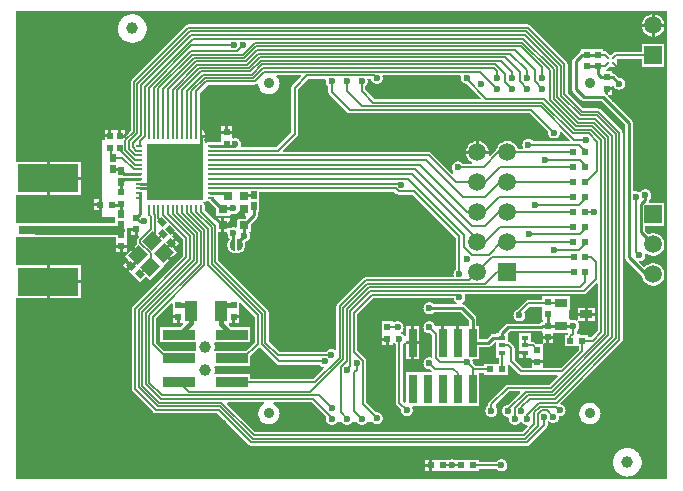
<source format=gtl>
%FSLAX24Y24*%
%MOIN*%
G70*
G01*
G75*
G04 Layer_Physical_Order=1*
G04 Layer_Color=255*
%ADD10C,0.0060*%
%ADD11O,0.0256X0.0079*%
%ADD12O,0.0079X0.0256*%
%ADD13R,0.1850X0.1850*%
%ADD14R,0.0295X0.0315*%
%ADD15R,0.0197X0.0256*%
%ADD16C,0.0394*%
%ADD17R,0.1181X0.0300*%
%ADD18R,0.2000X0.0950*%
%ADD19R,0.0299X0.0945*%
%ADD20R,0.0400X0.0300*%
%ADD21C,0.0098*%
G04:AMPARAMS|DCode=22|XSize=47.2mil|YSize=43.3mil|CornerRadius=0mil|HoleSize=0mil|Usage=FLASHONLY|Rotation=45.000|XOffset=0mil|YOffset=0mil|HoleType=Round|Shape=Rectangle|*
%AMROTATEDRECTD22*
4,1,4,-0.0014,-0.0320,-0.0320,-0.0014,0.0014,0.0320,0.0320,0.0014,-0.0014,-0.0320,0.0*
%
%ADD22ROTATEDRECTD22*%

%ADD23R,0.1083X0.0350*%
%ADD24R,0.0197X0.0236*%
%ADD25R,0.0315X0.0295*%
%ADD26R,0.0236X0.0157*%
%ADD27R,0.0236X0.0217*%
%ADD28C,0.0079*%
G04:AMPARAMS|DCode=29|XSize=19.7mil|YSize=23.6mil|CornerRadius=0mil|HoleSize=0mil|Usage=FLASHONLY|Rotation=45.000|XOffset=0mil|YOffset=0mil|HoleType=Round|Shape=Rectangle|*
%AMROTATEDRECTD29*
4,1,4,0.0014,-0.0153,-0.0153,0.0014,-0.0014,0.0153,0.0153,-0.0014,0.0014,-0.0153,0.0*
%
%ADD29ROTATEDRECTD29*%

%ADD30R,0.0217X0.0236*%
%ADD31R,0.0394X0.0709*%
%ADD32R,0.0236X0.0197*%
%ADD33C,0.0090*%
%ADD34C,0.0080*%
%ADD35C,0.0300*%
%ADD36C,0.0150*%
%ADD37C,0.0100*%
%ADD38C,0.0591*%
%ADD39R,0.0591X0.0591*%
%ADD40C,0.0354*%
%ADD41C,0.0236*%
G36*
X8073Y5551D02*
Y4686D01*
X7802Y4415D01*
X6763D01*
X6736Y4456D01*
X6747Y4504D01*
X6751Y4554D01*
X6747Y4603D01*
X6736Y4652D01*
X6763Y4692D01*
X7931D01*
Y5203D01*
X7275D01*
X7205Y5273D01*
X7223Y5316D01*
X7223D01*
D01*
D01*
X7223Y5355D01*
X7334D01*
Y5553D01*
X7384D01*
Y5603D01*
X7562D01*
Y5749D01*
Y5997D01*
X7608Y6016D01*
X8073Y5551D01*
D02*
G37*
G36*
X16128Y4705D02*
Y4697D01*
Y4441D01*
Y4185D01*
X16215D01*
Y3988D01*
X15735D01*
Y3911D01*
X15424D01*
X15418Y3918D01*
X15345Y3992D01*
X15349Y4030D01*
X15345Y4069D01*
X15334Y4106D01*
X15345Y4125D01*
X15570D01*
Y4552D01*
X15858D01*
X15882Y4555D01*
X15906Y4562D01*
X15906Y4562D01*
X15906Y4562D01*
X15927Y4573D01*
X15947Y4589D01*
X16082Y4724D01*
X16128Y4705D01*
D02*
G37*
G36*
X10447Y13448D02*
X10445Y13439D01*
X10441Y13400D01*
X10445Y13361D01*
X10456Y13324D01*
X10474Y13289D01*
X10499Y13259D01*
X10529Y13235D01*
Y13049D01*
X10533Y13020D01*
X10541Y13001D01*
X10544Y12993D01*
X10562Y12970D01*
X11162Y12370D01*
X11185Y12353D01*
X11192Y12350D01*
X11211Y12342D01*
X11240Y12338D01*
X17255D01*
X17865Y11728D01*
X17861Y11690D01*
X17865Y11651D01*
X17876Y11614D01*
X17894Y11579D01*
X17919Y11549D01*
X17949Y11524D01*
X17984Y11506D01*
X18021Y11495D01*
X18060Y11491D01*
X18099Y11495D01*
X18136Y11506D01*
X18171Y11524D01*
X18201Y11549D01*
X18226Y11579D01*
X18244Y11614D01*
X18255Y11651D01*
X18259Y11690D01*
X18258Y11701D01*
X18303Y11723D01*
X18579Y11447D01*
X18559Y11401D01*
X17365D01*
X17341Y11431D01*
X17311Y11456D01*
X17276Y11474D01*
X17239Y11485D01*
X17200Y11489D01*
X17161Y11485D01*
X17124Y11474D01*
X17089Y11456D01*
X17059Y11431D01*
X17034Y11401D01*
X17016Y11366D01*
X17005Y11329D01*
X17001Y11290D01*
X17005Y11251D01*
X17016Y11214D01*
X17032Y11184D01*
X17025Y11171D01*
X16988Y11141D01*
X16859D01*
X16847Y11174D01*
X16826Y11218D01*
X16798Y11259D01*
X16766Y11296D01*
X16729Y11328D01*
X16688Y11356D01*
X16644Y11377D01*
X16597Y11393D01*
X16549Y11403D01*
X16500Y11406D01*
X16451Y11403D01*
X16403Y11393D01*
X16356Y11377D01*
X16312Y11356D01*
X16271Y11328D01*
X16234Y11296D01*
X16202Y11259D01*
X16174Y11218D01*
X16153Y11174D01*
X16137Y11127D01*
X16135Y11119D01*
X16122Y11108D01*
X16122Y11108D01*
X16122Y11108D01*
X15909Y10919D01*
X15865Y10944D01*
X15873Y10980D01*
X15127D01*
X15137Y10933D01*
X15153Y10886D01*
X15174Y10842D01*
X15202Y10801D01*
X15234Y10764D01*
X15271Y10732D01*
X15312Y10704D01*
X15321Y10700D01*
X15310Y10651D01*
X15015D01*
X14991Y10681D01*
X14961Y10706D01*
X14926Y10724D01*
X14889Y10735D01*
X14850Y10739D01*
X14811Y10735D01*
X14774Y10724D01*
X14739Y10706D01*
X14709Y10681D01*
X14684Y10651D01*
X14666Y10616D01*
X14655Y10579D01*
X14651Y10540D01*
X14655Y10501D01*
X14666Y10464D01*
X14684Y10429D01*
X14698Y10413D01*
Y10334D01*
X14652Y10315D01*
X13957Y11010D01*
X13934Y11027D01*
X13908Y11038D01*
X13879Y11042D01*
X9024D01*
X9005Y11088D01*
X9488Y11572D01*
X9488Y11572D01*
X9498Y11585D01*
X9506Y11595D01*
X9511Y11606D01*
X9517Y11621D01*
X9521Y11650D01*
Y13134D01*
X9875Y13488D01*
X10418D01*
X10447Y13448D01*
D02*
G37*
G36*
X5345Y5984D02*
Y5749D01*
Y5603D01*
X5524D01*
Y5553D01*
X5574D01*
Y5355D01*
X5680D01*
X5685Y5343D01*
Y5316D01*
X5685Y5316D01*
X5685D01*
X5691Y5301D01*
X5593Y5203D01*
X4937D01*
Y4692D01*
X6105D01*
X6132Y4652D01*
X6121Y4603D01*
X6117Y4554D01*
X6121Y4504D01*
X6132Y4456D01*
X6105Y4415D01*
X5066D01*
X4801Y4680D01*
Y5505D01*
X5299Y6003D01*
X5345Y5984D01*
D02*
G37*
G36*
X12799Y9653D02*
D01*
X12799D01*
X12799Y9653D01*
X12799Y9653D01*
X12799D01*
D01*
X12799D01*
X12799Y9653D01*
Y9653D01*
X12799Y9653D01*
Y9653D01*
X12822Y9636D01*
X12849Y9625D01*
X12849Y9625D01*
X12849Y9625D01*
D01*
X12849Y9625D01*
X12849Y9625D01*
X12878Y9621D01*
X12878Y9621D01*
X13352D01*
X14789Y8184D01*
Y7135D01*
X14759Y7111D01*
X14734Y7081D01*
X14716Y7046D01*
X14705Y7009D01*
X14701Y6970D01*
X14705Y6931D01*
X14711Y6911D01*
X14681Y6871D01*
X11779D01*
X11750Y6867D01*
X11723Y6856D01*
X11700Y6838D01*
X10832Y5970D01*
X10814Y5947D01*
X10811Y5939D01*
X10803Y5920D01*
X10799Y5891D01*
Y4456D01*
X10754Y4434D01*
X10744Y4442D01*
X10710Y4460D01*
X10673Y4472D01*
X10634Y4475D01*
X10595Y4472D01*
X10558Y4460D01*
X10523Y4442D01*
X10493Y4417D01*
X10469Y4387D01*
X8890D01*
X8541Y4736D01*
Y5701D01*
X8537Y5730D01*
X8529Y5749D01*
X8526Y5757D01*
X8508Y5780D01*
X6871Y7417D01*
Y8377D01*
X6960D01*
Y8604D01*
Y8832D01*
X6773D01*
Y8789D01*
X6726Y8770D01*
X6405Y9091D01*
X6406Y9100D01*
Y9278D01*
X6404Y9301D01*
X6397Y9324D01*
X6386Y9344D01*
X6371Y9362D01*
X6375Y9375D01*
X6425D01*
Y9377D01*
X6433Y9387D01*
X6468Y9408D01*
X6476Y9403D01*
X6499Y9396D01*
X6522Y9394D01*
X6553D01*
X6773Y9175D01*
Y8908D01*
X7247D01*
Y8952D01*
X7290Y8978D01*
X7294Y8976D01*
X7331Y8965D01*
X7370Y8961D01*
X7409Y8965D01*
X7442Y8975D01*
X7450Y8969D01*
X7483Y8908D01*
Y8900D01*
X7670D01*
Y9128D01*
X7770D01*
Y8900D01*
X7787D01*
X7802Y8866D01*
X7774Y8824D01*
X7483D01*
Y8582D01*
X7450Y8521D01*
X7442Y8515D01*
X7409Y8525D01*
X7370Y8529D01*
X7331Y8525D01*
X7294Y8514D01*
X7290Y8512D01*
X7247Y8538D01*
Y8554D01*
X7060D01*
Y8377D01*
X7138D01*
X7172Y8340D01*
X7171Y8330D01*
X7175Y8291D01*
X7186Y8254D01*
X7204Y8219D01*
X7229Y8189D01*
X7244Y8152D01*
X7215Y8118D01*
X7192Y8080D01*
X7174Y8038D01*
X7164Y7995D01*
X7160Y7950D01*
X7164Y7905D01*
X7174Y7862D01*
X7192Y7820D01*
X7215Y7782D01*
X7244Y7748D01*
X7278Y7719D01*
X7317Y7695D01*
X7358Y7678D01*
X7375Y7674D01*
X7375Y7673D01*
Y7673D01*
X7403Y7670D01*
X7431Y7673D01*
X7458Y7684D01*
X7463Y7688D01*
X7468Y7684D01*
X7495Y7673D01*
X7523Y7670D01*
X7551Y7673D01*
Y7673D01*
X7551Y7674D01*
X7568Y7678D01*
X7609Y7695D01*
X7648Y7719D01*
X7682Y7748D01*
X7711Y7782D01*
X7734Y7820D01*
X7752Y7862D01*
X7762Y7905D01*
X7766Y7950D01*
X7762Y7995D01*
X7752Y8038D01*
X7761Y8054D01*
X7769Y8055D01*
X7806Y8066D01*
X7841Y8084D01*
X7871Y8109D01*
X7896Y8139D01*
X7914Y8174D01*
X7925Y8211D01*
X7929Y8250D01*
X7925Y8289D01*
X7914Y8326D01*
X7896Y8361D01*
X7899Y8369D01*
X7957D01*
Y8650D01*
X8149Y8841D01*
X8164Y8860D01*
X8176Y8882D01*
X8183Y8905D01*
X8186Y8930D01*
Y9025D01*
X8238D01*
Y9399D01*
Y9718D01*
X12735D01*
X12799Y9653D01*
D02*
G37*
G36*
X19519Y6657D02*
Y5086D01*
X19294Y4861D01*
X19195D01*
Y4938D01*
X19008D01*
X18820Y4963D01*
X18809Y4976D01*
X18811Y4990D01*
X18811Y4990D01*
Y5087D01*
X18841Y5111D01*
X18866Y5141D01*
X18884Y5176D01*
X18895Y5213D01*
X18899Y5252D01*
X18895Y5291D01*
X18884Y5328D01*
X18866Y5363D01*
X18841Y5393D01*
X18841Y5393D01*
X18845Y5395D01*
X18845D01*
X18847Y5396D01*
X18847Y5396D01*
X18851Y5396D01*
D01*
X18863Y5396D01*
X18863Y5396D01*
Y5396D01*
X19077D01*
Y5576D01*
X18847D01*
Y5462D01*
X18830Y5441D01*
D01*
X18823Y5432D01*
X18819Y5430D01*
D01*
X18809Y5424D01*
X18809Y5424D01*
X18804Y5421D01*
X18776Y5436D01*
X18739Y5447D01*
X18700Y5451D01*
X18661Y5447D01*
X18624Y5436D01*
X18623Y5435D01*
X18580Y5461D01*
Y5482D01*
X18560D01*
Y5770D01*
X18580D01*
Y6230D01*
X18038D01*
Y6235D01*
X17662D01*
Y6108D01*
X17197D01*
X17168Y6104D01*
X17141Y6093D01*
X17118Y6075D01*
X16828Y5785D01*
X16824Y5784D01*
X16789Y5766D01*
X16759Y5741D01*
X16734Y5711D01*
X16716Y5676D01*
X16705Y5639D01*
X16701Y5600D01*
X16705Y5561D01*
X16716Y5524D01*
X16734Y5489D01*
X16759Y5459D01*
X16789Y5434D01*
X16824Y5416D01*
X16861Y5405D01*
X16900Y5401D01*
X16939Y5405D01*
X16976Y5416D01*
X17011Y5434D01*
X17041Y5459D01*
X17066Y5489D01*
X17084Y5524D01*
X17095Y5561D01*
X17099Y5600D01*
X17095Y5639D01*
X17084Y5676D01*
X17066Y5709D01*
X17243Y5886D01*
X17662D01*
Y5839D01*
Y5445D01*
X17672D01*
Y5382D01*
X17652Y5380D01*
X17629Y5373D01*
X17607Y5361D01*
X17588Y5346D01*
X17565Y5322D01*
X16527D01*
X16502Y5320D01*
X16479Y5313D01*
X16457Y5301D01*
X16438Y5286D01*
X16237Y5085D01*
X16222Y5066D01*
X16210Y5044D01*
X16203Y5020D01*
X16202Y5015D01*
X16128D01*
Y4982D01*
X16036D01*
X16011Y4979D01*
X15988Y4972D01*
X15966Y4960D01*
X15947Y4945D01*
X15806Y4803D01*
X15570D01*
Y5230D01*
X15466D01*
Y5490D01*
X15463Y5515D01*
X15456Y5538D01*
X15444Y5560D01*
X15429Y5579D01*
X15079Y5929D01*
X15060Y5944D01*
X15038Y5956D01*
X15015Y5963D01*
X14990Y5966D01*
X14980D01*
X14973Y6015D01*
X14976Y6016D01*
X15011Y6034D01*
X15041Y6059D01*
X15066Y6089D01*
X15084Y6124D01*
X15095Y6161D01*
X15099Y6200D01*
X15095Y6239D01*
X15084Y6276D01*
X15098Y6299D01*
X19050D01*
X19079Y6303D01*
X19098Y6311D01*
X19105Y6314D01*
X19128Y6332D01*
X19473Y6676D01*
X19519Y6657D01*
D02*
G37*
G36*
X14705Y6161D02*
X14716Y6124D01*
X14734Y6089D01*
X14759Y6059D01*
X14789Y6034D01*
X14824Y6016D01*
X14827Y6015D01*
X14820Y5966D01*
X14053D01*
X14041Y5981D01*
X14011Y6006D01*
X13976Y6024D01*
X13939Y6035D01*
X13900Y6039D01*
X13861Y6035D01*
X13824Y6024D01*
X13789Y6006D01*
X13759Y5981D01*
X13734Y5951D01*
X13716Y5916D01*
X13705Y5879D01*
X13701Y5840D01*
X13705Y5801D01*
X13716Y5764D01*
X13734Y5729D01*
X13759Y5699D01*
X13789Y5674D01*
X13824Y5656D01*
X13861Y5645D01*
X13900Y5641D01*
X13939Y5645D01*
X13976Y5656D01*
X14011Y5674D01*
X14041Y5699D01*
X14053Y5714D01*
X14938D01*
X15214Y5438D01*
Y5230D01*
X15110D01*
D01*
D01*
X15110Y5230D01*
X15070D01*
Y5230D01*
X14890D01*
Y4678D01*
X14790D01*
Y5230D01*
X14610D01*
D01*
D01*
X14610Y5230D01*
X14570D01*
Y5230D01*
X14390D01*
Y4678D01*
X14290D01*
Y5230D01*
X14110D01*
Y5230D01*
X14096D01*
X14095Y5236D01*
X14084Y5273D01*
X14066Y5307D01*
X14041Y5338D01*
X14011Y5362D01*
X13976Y5381D01*
X13939Y5392D01*
X13900Y5396D01*
X13861Y5392D01*
X13824Y5381D01*
X13789Y5362D01*
X13759Y5338D01*
X13734Y5307D01*
X13716Y5273D01*
X13705Y5236D01*
X13701Y5197D01*
X13705Y5158D01*
X13716Y5121D01*
X13734Y5086D01*
X13759Y5056D01*
X13789Y5031D01*
X13824Y5013D01*
X13861Y5002D01*
X13900Y4998D01*
X13938Y5002D01*
X13999Y4940D01*
Y4219D01*
X13959Y4189D01*
X13939Y4195D01*
X13900Y4199D01*
X13861Y4195D01*
X13824Y4184D01*
X13789Y4166D01*
X13759Y4141D01*
X13734Y4111D01*
X13716Y4076D01*
X13705Y4039D01*
X13701Y4000D01*
X13705Y3961D01*
X13716Y3924D01*
X13734Y3889D01*
X13759Y3859D01*
X13789Y3834D01*
X13824Y3816D01*
X13861Y3805D01*
X13900Y3801D01*
X13938Y3805D01*
X14002Y3741D01*
X13983Y3695D01*
X13610D01*
D01*
D01*
X13610Y3695D01*
X13570D01*
Y3695D01*
X13110D01*
Y2702D01*
X13064Y2683D01*
X13011Y2736D01*
Y4638D01*
X13041Y4662D01*
X13063Y4690D01*
X13085Y4682D01*
X13110Y4669D01*
Y4728D01*
X13290D01*
Y5230D01*
X13110D01*
Y4938D01*
X13085Y4924D01*
X13063Y4916D01*
X13041Y4944D01*
X13011Y4969D01*
X12976Y4987D01*
X12939Y4998D01*
X12939D01*
X12918Y5000D01*
X12918Y5000D01*
X12900Y5002D01*
X12899Y5008D01*
X12916Y5013D01*
X12951Y5031D01*
X12981Y5056D01*
X13006Y5086D01*
X13024Y5121D01*
X13035Y5158D01*
X13039Y5197D01*
X13035Y5236D01*
X13024Y5273D01*
X13006Y5307D01*
X12981Y5338D01*
X12951Y5362D01*
X12916Y5381D01*
X12879Y5392D01*
X12840Y5396D01*
X12801Y5392D01*
X12764Y5381D01*
X12731Y5363D01*
X12688Y5389D01*
Y5395D01*
X12312D01*
Y4999D01*
Y4853D01*
X12500D01*
Y4803D01*
X12550D01*
Y4605D01*
X12688D01*
Y4668D01*
X12727Y4688D01*
X12735Y4692D01*
X12759Y4662D01*
X12789Y4638D01*
Y2690D01*
X12793Y2661D01*
X12801Y2642D01*
X12804Y2635D01*
X12822Y2612D01*
X12955Y2478D01*
X12951Y2440D01*
X12955Y2401D01*
X12966Y2364D01*
X12984Y2329D01*
X13009Y2299D01*
X13039Y2274D01*
X13074Y2256D01*
X13111Y2245D01*
X13150Y2241D01*
X13189Y2245D01*
X13226Y2256D01*
X13261Y2274D01*
X13291Y2299D01*
X13316Y2329D01*
X13334Y2364D01*
X13345Y2401D01*
X13349Y2440D01*
X13345Y2479D01*
X13334Y2516D01*
X13323Y2537D01*
X13348Y2580D01*
X15534Y2580D01*
D01*
D01*
D01*
X15534Y2580D01*
Y2580D01*
X15540Y2580D01*
X15570Y2590D01*
X15570Y2615D01*
X15570Y2615D01*
X15570D01*
D01*
D01*
D01*
Y3689D01*
X15735D01*
Y3612D01*
X16525D01*
Y3953D01*
X16571Y3972D01*
X16892Y3652D01*
X16892D01*
X16892Y3652D01*
X16892D01*
X16892Y3652D01*
Y3652D01*
X16892Y3652D01*
Y3652D01*
X16915Y3634D01*
X16941Y3623D01*
X16945Y3622D01*
X16970Y3619D01*
X16970Y3619D01*
X18167D01*
X18186Y3573D01*
X17894Y3281D01*
X16511D01*
X16482Y3277D01*
X16456Y3266D01*
X16433Y3248D01*
X15892Y2707D01*
X15874Y2684D01*
X15871Y2677D01*
X15863Y2658D01*
X15859Y2629D01*
Y2584D01*
X15829Y2560D01*
X15804Y2529D01*
X15786Y2495D01*
X15775Y2458D01*
X15771Y2419D01*
X15775Y2380D01*
X15786Y2343D01*
X15804Y2308D01*
X15829Y2278D01*
X15859Y2253D01*
X15894Y2235D01*
X15931Y2224D01*
X15970Y2220D01*
X16009Y2224D01*
X16046Y2235D01*
X16081Y2253D01*
X16111Y2278D01*
X16136Y2308D01*
X16154Y2343D01*
X16165Y2380D01*
X16169Y2419D01*
X16165Y2458D01*
X16154Y2495D01*
X16136Y2529D01*
X16111Y2560D01*
X16110Y2560D01*
X16108Y2610D01*
X16557Y3059D01*
X16907D01*
X16926Y3013D01*
X16531Y2618D01*
X16530Y2618D01*
X16491Y2614D01*
X16454Y2603D01*
X16419Y2584D01*
X16389Y2560D01*
X16364Y2529D01*
X16346Y2495D01*
X16335Y2458D01*
X16331Y2419D01*
X16335Y2380D01*
X16346Y2343D01*
X16364Y2308D01*
X16389Y2278D01*
X16419Y2253D01*
X16454Y2235D01*
X16491Y2224D01*
X16530Y2220D01*
X16555Y2189D01*
X16555Y2188D01*
X16551Y2149D01*
X16555Y2110D01*
X16566Y2073D01*
X16584Y2038D01*
X16609Y2008D01*
X16639Y1983D01*
X16674Y1965D01*
X16711Y1954D01*
X16750Y1950D01*
X16789Y1954D01*
X16826Y1965D01*
X16861Y1983D01*
X16891Y2008D01*
X16916Y2038D01*
X16925Y2057D01*
X16975D01*
X16984Y2039D01*
X17009Y2009D01*
X17039Y1984D01*
X17074Y1966D01*
X17111Y1955D01*
X17150Y1951D01*
X17171Y1953D01*
X17192Y1908D01*
X16997Y1713D01*
X8094D01*
X7153Y2654D01*
X7172Y2700D01*
X8386D01*
X8397Y2651D01*
X8371Y2639D01*
X8333Y2613D01*
X8298Y2582D01*
X8267Y2547D01*
X8241Y2508D01*
X8220Y2466D01*
X8205Y2422D01*
X8196Y2377D01*
X8193Y2330D01*
X8196Y2283D01*
X8205Y2238D01*
X8220Y2194D01*
X8241Y2152D01*
X8267Y2113D01*
X8298Y2078D01*
X8333Y2047D01*
X8371Y2021D01*
X8413Y2001D01*
X8457Y1986D01*
X8503Y1977D01*
X8550Y1974D01*
X8596Y1977D01*
X8642Y1986D01*
X8686Y2001D01*
X8728Y2021D01*
X8767Y2047D01*
X8802Y2078D01*
X8832Y2113D01*
X8858Y2152D01*
X8879Y2194D01*
X8894Y2238D01*
X8903Y2283D01*
X8906Y2330D01*
X8903Y2377D01*
X8894Y2422D01*
X8879Y2466D01*
X8858Y2508D01*
X8832Y2547D01*
X8802Y2582D01*
X8767Y2613D01*
X8728Y2639D01*
X8702Y2651D01*
X8713Y2700D01*
X9974D01*
X10462Y2212D01*
X10455Y2188D01*
X10451Y2149D01*
X10455Y2110D01*
X10466Y2073D01*
X10484Y2038D01*
X10509Y2008D01*
X10539Y1983D01*
X10574Y1965D01*
X10611Y1954D01*
X10650Y1950D01*
X10689Y1954D01*
X10726Y1965D01*
X10761Y1983D01*
X10791Y2008D01*
X10808Y2029D01*
X10992D01*
X11009Y2008D01*
X11039Y1983D01*
X11074Y1965D01*
X11111Y1954D01*
X11150Y1950D01*
X11189Y1954D01*
X11226Y1965D01*
X11261Y1983D01*
X11291Y2008D01*
X11308Y2029D01*
X11492D01*
X11509Y2008D01*
X11539Y1983D01*
X11574Y1965D01*
X11611Y1954D01*
X11650Y1950D01*
X11689Y1954D01*
X11726Y1965D01*
X11761Y1983D01*
X11791Y2008D01*
X11808Y2029D01*
X12009D01*
X12039Y2004D01*
X12074Y1986D01*
X12111Y1975D01*
X12150Y1971D01*
X12189Y1975D01*
X12226Y1986D01*
X12261Y2004D01*
X12291Y2029D01*
X12316Y2059D01*
X12334Y2094D01*
X12345Y2131D01*
X12349Y2170D01*
X12345Y2209D01*
X12334Y2246D01*
X12316Y2281D01*
X12291Y2311D01*
X12261Y2336D01*
X12226Y2354D01*
X12189Y2365D01*
X12150Y2369D01*
X12112Y2365D01*
X11801Y2676D01*
Y4090D01*
X11797Y4119D01*
X11789Y4138D01*
X11786Y4145D01*
X11768Y4168D01*
X11501Y4436D01*
Y5634D01*
X12046Y6179D01*
X14703D01*
X14705Y6161D01*
D02*
G37*
G36*
X7570Y8134D02*
X7595Y8117D01*
X7624Y8088D01*
X7645Y8065D01*
X7668Y8026D01*
X7679Y7989D01*
X7677Y7902D01*
X7667Y7874D01*
X7634Y7820D01*
X7601Y7788D01*
X7565Y7765D01*
X7525Y7753D01*
X7505Y7760D01*
X7493Y7781D01*
Y8120D01*
X7523Y8149D01*
X7570Y8134D01*
D02*
G37*
G36*
X7421Y8140D02*
X7433Y8119D01*
Y7780D01*
X7403Y7751D01*
X7356Y7766D01*
X7331Y7783D01*
X7302Y7812D01*
X7281Y7835D01*
X7258Y7874D01*
X7247Y7911D01*
X7249Y7998D01*
X7259Y8026D01*
X7292Y8080D01*
X7325Y8112D01*
X7361Y8135D01*
X7401Y8147D01*
X7421Y8140D01*
D02*
G37*
G36*
X17644Y5064D02*
X17672Y4974D01*
Y4913D01*
X18028D01*
Y5022D01*
X18510D01*
X18529Y4976D01*
X18525Y4972D01*
X18507Y4949D01*
X18504Y4941D01*
X18503Y4938D01*
X18405D01*
Y4562D01*
X18886D01*
Y4453D01*
X18274Y3841D01*
X17688D01*
Y3841D01*
Y3855D01*
X17688Y3876D01*
X17688Y3876D01*
X17688D01*
Y4003D01*
X17312D01*
Y3876D01*
X17312Y3876D01*
X17312D01*
X17312Y3855D01*
X17298Y3841D01*
X17016D01*
X16741Y4116D01*
Y4500D01*
X16737Y4529D01*
X16726Y4555D01*
X16708Y4578D01*
X16608Y4678D01*
X16585Y4696D01*
X16578Y4699D01*
X16559Y4707D01*
X16530Y4711D01*
X16524D01*
Y5015D01*
X16524Y5015D01*
X16524D01*
X16524Y5016D01*
X16579Y5071D01*
X17617D01*
X17635Y5073D01*
X17644Y5064D01*
D02*
G37*
G36*
X9635Y13562D02*
X9332Y13258D01*
X9314Y13235D01*
X9311Y13228D01*
X9303Y13209D01*
X9299Y13180D01*
Y11696D01*
X8803Y11200D01*
X7649D01*
X7619Y11240D01*
X7625Y11261D01*
X7629Y11300D01*
X7625Y11339D01*
X7614Y11376D01*
X7596Y11411D01*
X7571Y11441D01*
X7541Y11466D01*
X7506Y11484D01*
X7469Y11495D01*
X7430Y11499D01*
X7391Y11495D01*
X7359Y11485D01*
X7349Y11492D01*
X7318Y11550D01*
Y11647D01*
X6962D01*
Y11499D01*
Y11372D01*
X6601D01*
X6577Y11369D01*
X6566Y11366D01*
X6522D01*
X6499Y11364D01*
X6476Y11357D01*
X6468Y11352D01*
X6433Y11373D01*
X6425Y11383D01*
Y11385D01*
X6423D01*
X6413Y11393D01*
X6392Y11428D01*
X6397Y11436D01*
X6404Y11459D01*
X6406Y11482D01*
Y11521D01*
X6286D01*
Y11571D01*
X6249D01*
Y11660D01*
X6246Y11683D01*
X6240Y11705D01*
Y11770D01*
X6240Y11770D01*
X6263Y11777D01*
X6277Y11779D01*
X6257Y11796D01*
X6240Y11853D01*
Y13017D01*
X6512Y13289D01*
X8076D01*
X8104Y13293D01*
X8131Y13304D01*
X8150Y13318D01*
X8195Y13298D01*
X8196Y13283D01*
X8205Y13238D01*
X8220Y13194D01*
X8241Y13152D01*
X8267Y13113D01*
X8298Y13078D01*
X8333Y13047D01*
X8371Y13021D01*
X8413Y13001D01*
X8457Y12986D01*
X8503Y12977D01*
X8550Y12974D01*
X8596Y12977D01*
X8642Y12986D01*
X8686Y13001D01*
X8728Y13021D01*
X8767Y13047D01*
X8802Y13078D01*
X8832Y13113D01*
X8858Y13152D01*
X8879Y13194D01*
X8894Y13238D01*
X8903Y13283D01*
X8906Y13330D01*
X8903Y13377D01*
X8894Y13422D01*
X8879Y13466D01*
X8858Y13508D01*
X8832Y13547D01*
X8802Y13582D01*
X8811Y13608D01*
X9616D01*
X9635Y13562D01*
D02*
G37*
G36*
X14961Y13568D02*
X14955Y13548D01*
X14951Y13509D01*
X14955Y13470D01*
X14966Y13433D01*
X14984Y13398D01*
X15009Y13368D01*
X15039Y13343D01*
X15074Y13325D01*
X15111Y13314D01*
X15146Y13310D01*
X15610Y12846D01*
X15591Y12800D01*
X12076D01*
X11761Y13115D01*
Y13235D01*
X11791Y13259D01*
X11816Y13289D01*
X11834Y13324D01*
X11845Y13361D01*
X11849Y13400D01*
X11845Y13439D01*
X11834Y13476D01*
X11841Y13488D01*
X11953D01*
X11955Y13470D01*
X11966Y13433D01*
X11984Y13398D01*
X12009Y13368D01*
X12039Y13343D01*
X12074Y13325D01*
X12111Y13314D01*
X12150Y13310D01*
X12189Y13314D01*
X12226Y13325D01*
X12261Y13343D01*
X12291Y13368D01*
X12316Y13398D01*
X12334Y13433D01*
X12345Y13470D01*
X12349Y13509D01*
X12345Y13548D01*
X12334Y13585D01*
X12348Y13608D01*
X14931D01*
X14961Y13568D01*
D02*
G37*
G36*
X21829Y131D02*
X131D01*
Y6160D01*
X1153D01*
Y6715D01*
Y7270D01*
X131D01*
Y8210D01*
X781D01*
X790Y8209D01*
X3452D01*
Y8089D01*
Y7943D01*
X3808D01*
Y8089D01*
Y8405D01*
Y8411D01*
X3811Y8440D01*
X3808Y8469D01*
Y8485D01*
Y8520D01*
X3952D01*
Y8513D01*
X4130D01*
Y8463D01*
X4180D01*
Y8265D01*
X4193D01*
X4212Y8219D01*
X4172Y8178D01*
X4154Y8155D01*
X4143Y8129D01*
X4139Y8100D01*
Y8020D01*
X4143Y7991D01*
X4152Y7969D01*
X4022Y7839D01*
X4232Y7630D01*
X4162Y7559D01*
X3952Y7769D01*
X3764Y7581D01*
X3888Y7456D01*
X3856Y7425D01*
X3996Y7284D01*
X3961Y7249D01*
X3996Y7214D01*
X3870Y7088D01*
X3973Y6985D01*
D01*
X3973Y6985D01*
X3975Y6983D01*
X4253Y6705D01*
X4446Y6898D01*
X4573Y6771D01*
X5020Y7219D01*
X5020D01*
X5046Y7245D01*
X5046D01*
X5234Y7433D01*
X5024Y7643D01*
X5095Y7713D01*
X5305Y7504D01*
X5493Y7692D01*
X5367Y7818D01*
X5394Y7845D01*
X5254Y7986D01*
X5289Y8021D01*
X5254Y8056D01*
X5380Y8182D01*
X5335Y8227D01*
X5374Y8265D01*
X5234Y8406D01*
X5304Y8476D01*
X5445Y8336D01*
X5467Y8358D01*
X5689Y8136D01*
Y7577D01*
X4012Y5899D01*
X3994Y5877D01*
X3991Y5869D01*
X3983Y5850D01*
X3979Y5821D01*
Y3141D01*
X3983Y3112D01*
X3991Y3093D01*
X3994Y3086D01*
X4012Y3063D01*
X4703Y2372D01*
X4703D01*
X4703Y2372D01*
X4703Y2372D01*
Y2372D01*
X4726Y2354D01*
X4752Y2343D01*
X4781Y2339D01*
X6834D01*
X7889Y1284D01*
X7912Y1266D01*
X7939Y1255D01*
X7968Y1251D01*
X17153D01*
X17182Y1255D01*
X17209Y1266D01*
X17232Y1284D01*
X17808Y1860D01*
X17826Y1883D01*
X17837Y1910D01*
X17841Y1939D01*
Y2054D01*
X17871Y2078D01*
X17891D01*
X17921Y2053D01*
X17956Y2035D01*
X17993Y2024D01*
X18032Y2020D01*
X18071Y2024D01*
X18108Y2035D01*
X18142Y2053D01*
X18172Y2078D01*
X18197Y2108D01*
X18216Y2143D01*
X18227Y2180D01*
X18231Y2219D01*
X18230Y2230D01*
X18240Y2240D01*
X18279Y2244D01*
X18316Y2255D01*
X18351Y2273D01*
X18381Y2298D01*
X18406Y2328D01*
X18424Y2363D01*
X18435Y2400D01*
X18439Y2439D01*
X18435Y2478D01*
X18424Y2515D01*
X18406Y2549D01*
X18381Y2580D01*
X18351Y2604D01*
X18316Y2623D01*
X18279Y2634D01*
X18269Y2662D01*
X20308Y4702D01*
X20326Y4725D01*
X20331Y4736D01*
X20337Y4751D01*
X20341Y4780D01*
Y11680D01*
X20337Y11709D01*
X20326Y11735D01*
X20318Y11745D01*
X20308Y11758D01*
X20308Y11758D01*
X19608Y12458D01*
X19585Y12476D01*
X19578Y12479D01*
X19559Y12487D01*
X19530Y12491D01*
X19036D01*
X18511Y13016D01*
Y13960D01*
X18511Y13960D01*
X18508Y13985D01*
X18507Y13989D01*
X18504Y13997D01*
X18496Y14015D01*
X18486Y14028D01*
X18478Y14038D01*
X18478Y14038D01*
X17258Y15258D01*
X17235Y15276D01*
X17228Y15279D01*
X17209Y15287D01*
X17180Y15291D01*
X5870D01*
X5841Y15287D01*
X5815Y15276D01*
X5792Y15258D01*
X3972Y13438D01*
X3954Y13415D01*
X3943Y13389D01*
X3939Y13360D01*
Y11768D01*
X3805Y11634D01*
X3758Y11653D01*
Y11775D01*
X3630D01*
Y11577D01*
X3530D01*
Y11775D01*
X3428D01*
Y11775D01*
X3300D01*
Y11577D01*
X3250D01*
Y11527D01*
X3072D01*
Y11450D01*
X2990D01*
Y9468D01*
X2973D01*
Y9290D01*
Y9112D01*
X2990D01*
Y8880D01*
X3430D01*
Y8671D01*
X790D01*
X781Y8670D01*
X131D01*
Y9610D01*
X1153D01*
Y10165D01*
Y10720D01*
X131D01*
Y15729D01*
X21829D01*
Y131D01*
D02*
G37*
G36*
X8807Y3985D02*
X8807D01*
X8807Y3985D01*
X8807Y3985D01*
Y3985D01*
X8830Y3967D01*
X8857Y3956D01*
X8886Y3952D01*
X10249D01*
X10273Y3922D01*
X10303Y3898D01*
X10338Y3879D01*
X10371Y3869D01*
X10374Y3858D01*
X10369Y3806D01*
X10047Y3484D01*
X7931D01*
Y3628D01*
X6763D01*
X6736Y3668D01*
X6747Y3717D01*
X6751Y3766D01*
X6747Y3816D01*
X6736Y3864D01*
X6763Y3905D01*
X7931D01*
Y4230D01*
X8221Y4521D01*
X8271D01*
X8807Y3985D01*
D02*
G37*
%LPC*%
G36*
X13903Y788D02*
X13755D01*
Y650D01*
X13903D01*
Y788D01*
D02*
G37*
G36*
Y550D02*
X13755D01*
Y412D01*
X13903D01*
Y550D01*
D02*
G37*
G36*
X7562Y5503D02*
X7434D01*
Y5355D01*
X7562D01*
Y5503D01*
D02*
G37*
G36*
X16300Y799D02*
X16261Y795D01*
X16224Y784D01*
X16189Y766D01*
X16159Y741D01*
X16135Y711D01*
X15545D01*
Y788D01*
X14755D01*
Y788D01*
X14738Y778D01*
X14726Y784D01*
X14689Y795D01*
X14650Y799D01*
X14611Y795D01*
X14574Y784D01*
X14562Y778D01*
X14545Y788D01*
Y788D01*
X14003D01*
Y600D01*
Y412D01*
X14545D01*
Y412D01*
X14562Y422D01*
X14574Y416D01*
X14611Y405D01*
X14650Y401D01*
X14689Y405D01*
X14726Y416D01*
X14738Y422D01*
X14755Y412D01*
Y412D01*
X15545D01*
Y489D01*
X16135D01*
X16159Y459D01*
X16189Y434D01*
X16224Y416D01*
X16261Y405D01*
X16300Y401D01*
X16339Y405D01*
X16376Y416D01*
X16411Y434D01*
X16441Y459D01*
X16466Y489D01*
X16484Y524D01*
X16495Y561D01*
X16499Y600D01*
X16495Y639D01*
X16484Y676D01*
X16466Y711D01*
X16441Y741D01*
X16411Y766D01*
X16376Y784D01*
X16339Y795D01*
X16300Y799D01*
D02*
G37*
G36*
X19407Y5856D02*
X19177D01*
Y5676D01*
X19407D01*
Y5856D01*
D02*
G37*
G36*
X19077D02*
X18847D01*
Y5676D01*
X19077D01*
Y5856D01*
D02*
G37*
G36*
X19407Y5576D02*
X19177D01*
Y5396D01*
X19407D01*
Y5576D01*
D02*
G37*
G36*
X20500Y1176D02*
X20447Y1173D01*
X20394Y1164D01*
X20343Y1150D01*
X20293Y1129D01*
X20247Y1103D01*
X20203Y1072D01*
X20163Y1037D01*
X20128Y997D01*
X20097Y953D01*
X20071Y907D01*
X20050Y857D01*
X20036Y806D01*
X20027Y753D01*
X20024Y700D01*
X20027Y647D01*
X20036Y594D01*
X20050Y543D01*
X20071Y493D01*
X20097Y447D01*
X20128Y403D01*
X20163Y363D01*
X20203Y328D01*
X20247Y297D01*
X20293Y271D01*
X20343Y250D01*
X20394Y236D01*
X20447Y227D01*
X20500Y224D01*
X20553Y227D01*
X20606Y236D01*
X20657Y250D01*
X20707Y271D01*
X20753Y297D01*
X20797Y328D01*
X20837Y363D01*
X20872Y403D01*
X20903Y447D01*
X20929Y493D01*
X20950Y543D01*
X20964Y594D01*
X20973Y647D01*
X20976Y700D01*
X20973Y753D01*
X20964Y806D01*
X20950Y857D01*
X20929Y907D01*
X20903Y953D01*
X20872Y997D01*
X20837Y1037D01*
X20797Y1072D01*
X20753Y1103D01*
X20707Y1129D01*
X20657Y1150D01*
X20606Y1164D01*
X20553Y1173D01*
X20500Y1176D01*
D02*
G37*
G36*
X5474Y5503D02*
X5345D01*
Y5355D01*
X5474D01*
Y5503D01*
D02*
G37*
G36*
X17024Y4294D02*
X16876D01*
Y4185D01*
X17024D01*
Y4294D01*
D02*
G37*
G36*
X12450Y4753D02*
X12312D01*
Y4605D01*
X12450D01*
Y4753D01*
D02*
G37*
G36*
X13290Y4628D02*
X13110D01*
Y4125D01*
X13290D01*
Y4628D01*
D02*
G37*
G36*
X13570D02*
X13390D01*
Y4125D01*
X13570D01*
Y4628D01*
D02*
G37*
G36*
Y5230D02*
X13390D01*
Y4728D01*
X13570D01*
Y5230D01*
D02*
G37*
G36*
X19250Y2686D02*
X19204Y2683D01*
X19158Y2674D01*
X19114Y2659D01*
X19072Y2639D01*
X19033Y2613D01*
X18998Y2582D01*
X18968Y2547D01*
X18942Y2508D01*
X18921Y2466D01*
X18906Y2422D01*
X18897Y2377D01*
X18894Y2330D01*
X18897Y2283D01*
X18906Y2238D01*
X18921Y2194D01*
X18942Y2152D01*
X18968Y2113D01*
X18998Y2078D01*
X19033Y2047D01*
X19072Y2021D01*
X19114Y2001D01*
X19158Y1986D01*
X19204Y1977D01*
X19250Y1974D01*
X19297Y1977D01*
X19343Y1986D01*
X19387Y2001D01*
X19429Y2021D01*
X19467Y2047D01*
X19502Y2078D01*
X19533Y2113D01*
X19559Y2152D01*
X19580Y2194D01*
X19595Y2238D01*
X19604Y2283D01*
X19607Y2330D01*
X19604Y2377D01*
X19595Y2422D01*
X19580Y2466D01*
X19559Y2508D01*
X19533Y2547D01*
X19502Y2582D01*
X19467Y2613D01*
X19429Y2639D01*
X19387Y2659D01*
X19343Y2674D01*
X19297Y2683D01*
X19250Y2686D01*
D02*
G37*
G36*
X17272Y5015D02*
X16876D01*
Y4697D01*
Y4441D01*
Y4394D01*
X17074D01*
Y4344D01*
X17124D01*
Y4185D01*
X17272D01*
Y4185D01*
X17276D01*
X17312Y4150D01*
Y4103D01*
X17688D01*
Y4249D01*
Y4645D01*
D01*
Y4645D01*
X17708Y4665D01*
X17800D01*
Y4813D01*
X17672D01*
Y4665D01*
D01*
Y4665D01*
X17651Y4645D01*
X17459D01*
X17425Y4678D01*
X17402Y4696D01*
X17394Y4699D01*
X17376Y4707D01*
X17347Y4711D01*
X17272D01*
Y5015D01*
D02*
G37*
G36*
X18028Y4813D02*
X17900D01*
Y4665D01*
X18028D01*
Y4813D01*
D02*
G37*
G36*
X7090Y11895D02*
X6962D01*
Y11747D01*
X7090D01*
Y11895D01*
D02*
G37*
G36*
X7318D02*
X7190D01*
Y11747D01*
X7318D01*
Y11895D01*
D02*
G37*
G36*
X19998Y13093D02*
X19870D01*
Y12945D01*
X19998D01*
Y13093D01*
D02*
G37*
G36*
X15550Y11403D02*
Y11080D01*
X15873D01*
X15863Y11127D01*
X15847Y11174D01*
X15826Y11218D01*
X15798Y11259D01*
X15766Y11296D01*
X15729Y11328D01*
X15688Y11356D01*
X15644Y11377D01*
X15597Y11393D01*
X15550Y11403D01*
D02*
G37*
G36*
X6336Y11768D02*
Y11621D01*
X6406D01*
Y11660D01*
X6404Y11683D01*
X6397Y11705D01*
X6386Y11726D01*
X6371Y11744D01*
X6353Y11759D01*
X6336Y11768D01*
D02*
G37*
G36*
X3200Y11775D02*
X3072D01*
Y11627D01*
X3200D01*
Y11775D01*
D02*
G37*
G36*
X21733Y15210D02*
X21410D01*
Y14887D01*
X21457Y14897D01*
X21504Y14913D01*
X21548Y14934D01*
X21589Y14962D01*
X21626Y14994D01*
X21658Y15031D01*
X21686Y15072D01*
X21707Y15116D01*
X21723Y15163D01*
X21733Y15210D01*
D02*
G37*
G36*
X21310Y15633D02*
X21263Y15623D01*
X21216Y15607D01*
X21172Y15586D01*
X21131Y15558D01*
X21094Y15526D01*
X21062Y15489D01*
X21034Y15448D01*
X21013Y15404D01*
X20997Y15357D01*
X20987Y15310D01*
X21310D01*
Y15633D01*
D02*
G37*
G36*
X21410D02*
Y15310D01*
X21733D01*
X21723Y15357D01*
X21707Y15404D01*
X21686Y15448D01*
X21658Y15489D01*
X21626Y15526D01*
X21589Y15558D01*
X21548Y15586D01*
X21504Y15607D01*
X21457Y15623D01*
X21410Y15633D01*
D02*
G37*
G36*
X21735Y14635D02*
X20985D01*
Y14381D01*
X20120D01*
X20096Y14378D01*
X20074Y14371D01*
X20053Y14360D01*
X20035Y14345D01*
X19979Y14290D01*
X19921D01*
X19838Y14372D01*
X19820Y14387D01*
X19799Y14398D01*
X19777Y14405D01*
X19753Y14407D01*
X19753Y14407D01*
X19698D01*
Y14485D01*
X18962D01*
Y14406D01*
X18952Y14403D01*
X18930Y14391D01*
X18911Y14376D01*
X18691Y14156D01*
X18676Y14137D01*
X18664Y14115D01*
X18657Y14091D01*
X18654Y14067D01*
Y13140D01*
X18657Y13115D01*
X18664Y13092D01*
X18664Y13092D01*
X18664Y13092D01*
X18676Y13070D01*
X18691Y13051D01*
X18961Y12781D01*
X18980Y12766D01*
X19002Y12754D01*
X19025Y12747D01*
X19050Y12744D01*
X19638D01*
X20424Y11958D01*
Y7530D01*
X20427Y7505D01*
X20434Y7482D01*
X20434Y7482D01*
X20434Y7482D01*
X20446Y7460D01*
X20461Y7441D01*
X20987Y6915D01*
X20987Y6912D01*
X20997Y6864D01*
X21013Y6817D01*
X21034Y6773D01*
X21062Y6732D01*
X21094Y6695D01*
X21131Y6663D01*
X21172Y6635D01*
X21216Y6614D01*
X21263Y6598D01*
X21311Y6588D01*
X21360Y6585D01*
X21409Y6588D01*
X21457Y6598D01*
X21504Y6614D01*
X21548Y6635D01*
X21589Y6663D01*
X21626Y6695D01*
X21658Y6732D01*
X21686Y6773D01*
X21707Y6817D01*
X21723Y6864D01*
X21733Y6912D01*
X21736Y6961D01*
X21733Y7010D01*
X21723Y7058D01*
X21707Y7105D01*
X21686Y7149D01*
X21658Y7190D01*
X21626Y7227D01*
X21589Y7259D01*
X21548Y7287D01*
X21504Y7309D01*
X21457Y7324D01*
X21409Y7334D01*
X21360Y7337D01*
X21311Y7334D01*
X21263Y7324D01*
X21216Y7309D01*
X21172Y7287D01*
X21131Y7259D01*
X21094Y7227D01*
X21089Y7221D01*
X21039Y7219D01*
X20896Y7362D01*
X20900Y7401D01*
X20939Y7405D01*
X20976Y7416D01*
X21011Y7434D01*
X21041Y7459D01*
X21066Y7489D01*
X21084Y7524D01*
X21095Y7561D01*
X21099Y7600D01*
X21096Y7632D01*
X21139Y7658D01*
X21172Y7635D01*
X21216Y7614D01*
X21263Y7598D01*
X21311Y7588D01*
X21360Y7585D01*
X21409Y7588D01*
X21457Y7598D01*
X21504Y7614D01*
X21548Y7635D01*
X21589Y7663D01*
X21626Y7695D01*
X21658Y7732D01*
X21686Y7773D01*
X21707Y7817D01*
X21723Y7864D01*
X21733Y7912D01*
X21736Y7961D01*
X21733Y8010D01*
X21723Y8058D01*
X21707Y8105D01*
X21686Y8149D01*
X21658Y8190D01*
X21626Y8227D01*
X21589Y8259D01*
X21548Y8287D01*
X21504Y8309D01*
X21457Y8324D01*
X21409Y8334D01*
X21360Y8337D01*
X21311Y8334D01*
X21263Y8324D01*
X21216Y8309D01*
X21199Y8300D01*
X21076Y8423D01*
Y8586D01*
X21735D01*
Y9336D01*
X21258D01*
X21204Y9380D01*
X21216Y9402D01*
X21223Y9426D01*
X21225Y9447D01*
X21241Y9459D01*
X21266Y9489D01*
X21284Y9524D01*
X21295Y9561D01*
X21299Y9600D01*
X21295Y9639D01*
X21284Y9676D01*
X21266Y9711D01*
X21241Y9741D01*
X21211Y9766D01*
X21176Y9784D01*
X21139Y9795D01*
X21100Y9799D01*
X21061Y9795D01*
X21024Y9784D01*
X20989Y9766D01*
X20959Y9741D01*
X20934Y9711D01*
X20894Y9703D01*
X20891Y9706D01*
X20856Y9724D01*
X20819Y9735D01*
X20780Y9739D01*
X20741Y9735D01*
X20716Y9728D01*
X20676Y9757D01*
Y12010D01*
X20676D01*
X20676Y12010D01*
X20673Y12034D01*
X20671Y12042D01*
X20671Y12042D01*
X20666Y12058D01*
Y12058D01*
X20666Y12058D01*
X20654Y12080D01*
X20639Y12099D01*
X19839Y12899D01*
X19858Y12945D01*
X19793D01*
X19779Y12959D01*
X19770Y12966D01*
Y13143D01*
X19820D01*
Y13193D01*
X19998D01*
Y13229D01*
X20012Y13234D01*
X20047Y13242D01*
X20064Y13209D01*
X20089Y13179D01*
X20119Y13154D01*
X20154Y13136D01*
X20191Y13125D01*
X20230Y13121D01*
X20269Y13125D01*
X20306Y13136D01*
X20341Y13154D01*
X20371Y13179D01*
X20396Y13209D01*
X20414Y13244D01*
X20425Y13281D01*
X20429Y13320D01*
X20425Y13359D01*
X20414Y13396D01*
X20396Y13431D01*
X20371Y13461D01*
X20341Y13486D01*
X20306Y13504D01*
X20269Y13515D01*
X20230Y13519D01*
X20210Y13517D01*
X20102Y13626D01*
X20083Y13641D01*
X20061Y13653D01*
X20038Y13660D01*
X20013Y13662D01*
X19998D01*
Y13735D01*
X19815D01*
X19803Y13783D01*
X19820Y13793D01*
X19838Y13808D01*
X19921Y13890D01*
X20150D01*
Y13966D01*
Y13966D01*
Y14057D01*
Y14119D01*
X20170Y14139D01*
X20985D01*
Y13885D01*
X21735D01*
Y14635D01*
D02*
G37*
G36*
X4000Y15636D02*
X3947Y15633D01*
X3894Y15624D01*
X3843Y15610D01*
X3793Y15589D01*
X3747Y15563D01*
X3703Y15532D01*
X3663Y15497D01*
X3628Y15457D01*
X3597Y15413D01*
X3571Y15367D01*
X3550Y15317D01*
X3536Y15266D01*
X3527Y15213D01*
X3524Y15160D01*
X3527Y15107D01*
X3536Y15054D01*
X3550Y15003D01*
X3571Y14953D01*
X3597Y14907D01*
X3628Y14863D01*
X3663Y14823D01*
X3703Y14788D01*
X3747Y14757D01*
X3793Y14731D01*
X3843Y14710D01*
X3894Y14696D01*
X3947Y14687D01*
X4000Y14684D01*
X4053Y14687D01*
X4106Y14696D01*
X4157Y14710D01*
X4207Y14731D01*
X4253Y14757D01*
X4297Y14788D01*
X4337Y14823D01*
X4372Y14863D01*
X4403Y14907D01*
X4429Y14953D01*
X4450Y15003D01*
X4464Y15054D01*
X4473Y15107D01*
X4476Y15160D01*
X4473Y15213D01*
X4464Y15266D01*
X4450Y15317D01*
X4429Y15367D01*
X4403Y15413D01*
X4372Y15457D01*
X4337Y15497D01*
X4297Y15532D01*
X4253Y15563D01*
X4207Y15589D01*
X4157Y15610D01*
X4106Y15624D01*
X4053Y15633D01*
X4000Y15636D01*
D02*
G37*
G36*
X21310Y15210D02*
X20987D01*
X20997Y15163D01*
X21013Y15116D01*
X21034Y15072D01*
X21062Y15031D01*
X21094Y14994D01*
X21131Y14962D01*
X21172Y14934D01*
X21216Y14913D01*
X21263Y14897D01*
X21310Y14887D01*
Y15210D01*
D02*
G37*
G36*
X15450Y11403D02*
X15403Y11393D01*
X15356Y11377D01*
X15312Y11356D01*
X15271Y11328D01*
X15234Y11296D01*
X15202Y11259D01*
X15174Y11218D01*
X15153Y11174D01*
X15137Y11127D01*
X15127Y11080D01*
X15450D01*
Y11403D01*
D02*
G37*
G36*
X3580Y7843D02*
X3452D01*
Y7695D01*
X3580D01*
Y7843D01*
D02*
G37*
G36*
X3808D02*
X3680D01*
Y7695D01*
X3808D01*
Y7843D01*
D02*
G37*
G36*
X5451Y8112D02*
X5360Y8021D01*
X5465Y7916D01*
X5555Y8007D01*
X5451Y8112D01*
D02*
G37*
G36*
X2283Y6665D02*
X1253D01*
Y6160D01*
X2283D01*
Y6665D01*
D02*
G37*
G36*
Y7270D02*
X1253D01*
Y6765D01*
X2283D01*
Y7270D01*
D02*
G37*
G36*
X3785Y7354D02*
X3695Y7263D01*
X3799Y7158D01*
X3890Y7249D01*
X3785Y7354D01*
D02*
G37*
G36*
X2873Y9468D02*
X2725D01*
Y9340D01*
X2873D01*
Y9468D01*
D02*
G37*
G36*
X2283Y10115D02*
X1253D01*
Y9610D01*
X2283D01*
Y10115D01*
D02*
G37*
G36*
Y10720D02*
X1253D01*
Y10215D01*
X2283D01*
Y10720D01*
D02*
G37*
G36*
X4080Y8413D02*
X3952D01*
Y8265D01*
X4080D01*
Y8413D01*
D02*
G37*
G36*
X7247Y8832D02*
X7060D01*
Y8654D01*
X7247D01*
Y8832D01*
D02*
G37*
G36*
X2873Y9240D02*
X2725D01*
Y9112D01*
X2873D01*
Y9240D01*
D02*
G37*
%LPD*%
D10*
X7523Y7781D02*
G03*
X7523Y8120I-44J170D01*
G01*
X7403D02*
G03*
X7403Y7781I44J-170D01*
G01*
X17550Y2690D02*
X18140D01*
X17240Y2810D02*
X18090D01*
X17180Y2930D02*
X18040D01*
X17120Y3050D02*
X17990D01*
X16511Y3170D02*
X17940D01*
X15970Y2629D02*
X16511Y3170D01*
X16530Y2460D02*
X17120Y3050D01*
X18990Y12380D02*
X19530D01*
X18940Y12260D02*
X19480D01*
X18890Y12140D02*
X19430D01*
X18840Y12020D02*
X19380D01*
X18793Y11899D02*
X19332D01*
X18400Y12970D02*
X18990Y12380D01*
X18280Y12920D02*
X18940Y12260D01*
X18160Y12870D02*
X18890Y12140D01*
X18040Y12820D02*
X18840Y12020D01*
X17920Y12772D02*
X18793Y11899D01*
X18400Y12970D02*
Y13960D01*
X18280Y12920D02*
Y13910D01*
X18160Y12870D02*
Y13860D01*
X18040Y12820D02*
Y13810D01*
X17920Y12772D02*
Y13759D01*
X17180Y15180D02*
X18400Y13960D01*
X17130Y15060D02*
X18280Y13910D01*
X17080Y14940D02*
X18160Y13860D01*
X17030Y14820D02*
X18040Y13810D01*
X17000Y14679D02*
X17920Y13759D01*
X5870Y15180D02*
X17180D01*
X5920Y15060D02*
X17130D01*
X5969Y14940D02*
X17080D01*
X6019Y14820D02*
X17030D01*
X8079Y14679D02*
X17000D01*
X15340Y3800D02*
X15933D01*
X15340D02*
Y3840D01*
Y3142D02*
Y3800D01*
X12900Y2690D02*
Y4803D01*
Y2690D02*
X13150Y2440D01*
X14840Y3142D02*
Y3660D01*
X15150Y4030D02*
X15340Y3840D01*
X14810Y6290D02*
X14900Y6200D01*
X12000Y6290D02*
X14810D01*
X11390Y5680D02*
X12000Y6290D01*
X11938Y6410D02*
X19050D01*
X11270Y5742D02*
X11938Y6410D01*
X15230Y6760D02*
X16000Y7530D01*
X11779Y6760D02*
X15230D01*
X10910Y5891D02*
X11779Y6760D01*
X11829Y6640D02*
X15770D01*
X11030Y5841D02*
X11829Y6640D01*
X11888Y6530D02*
X18910D01*
X11150Y5792D02*
X11888Y6530D01*
X15770Y6640D02*
X16160Y7030D01*
X18910Y6530D02*
X19101Y6721D01*
X5969Y14600D02*
X7390D01*
X7500Y14400D02*
X7700Y14600D01*
X4050Y13360D02*
X5870Y15180D01*
X4170Y13310D02*
X5920Y15060D01*
X4290Y13261D02*
X5969Y14940D01*
X4410Y13211D02*
X6019Y14820D01*
X4554Y13185D02*
X5969Y14600D01*
X5939Y14400D02*
X7500D01*
X4711Y13173D02*
X5939Y14400D01*
X5988Y14280D02*
X7680D01*
X4869Y13161D02*
X5988Y14280D01*
X6048Y14170D02*
X7730D01*
X5026Y13148D02*
X6048Y14170D01*
X6108Y14060D02*
X7780D01*
X5184Y13136D02*
X6108Y14060D01*
X6167Y13950D02*
X7830D01*
X5341Y13124D02*
X6167Y13950D01*
X6227Y13840D02*
X7880D01*
X5499Y13112D02*
X6227Y13840D01*
X6287Y13730D02*
X7930D01*
X5656Y13099D02*
X6287Y13730D01*
X6346Y13620D02*
X7980D01*
X5814Y13087D02*
X6346Y13620D01*
X6406Y13510D02*
X8030D01*
X5971Y13075D02*
X6406Y13510D01*
X6466Y13400D02*
X8076D01*
X6129Y13063D02*
X6466Y13400D01*
X7680Y14280D02*
X8079Y14679D01*
X8119Y14559D02*
X16950D01*
X7730Y14170D02*
X8119Y14559D01*
X8159Y14439D02*
X16740D01*
X7780Y14060D02*
X8159Y14439D01*
X8199Y14319D02*
X16590D01*
X7830Y13950D02*
X8199Y14319D01*
X7880Y13840D02*
X8239Y14199D01*
X7930Y13730D02*
X8279Y14079D01*
X7980Y13620D02*
X8319Y13959D01*
X8030Y13510D02*
X8359Y13839D01*
X8076Y13400D02*
X8394Y13719D01*
X8239Y14199D02*
X16410D01*
X8279Y14079D02*
X16280D01*
X8319Y13959D02*
X16100D01*
X8359Y13839D02*
X16050D01*
X8394Y13719D02*
X15580D01*
X9829Y13599D02*
X12060D01*
X9410Y13180D02*
X9829Y13599D01*
X9410Y11650D02*
Y13180D01*
X6880Y2450D02*
X7968Y1362D01*
X4781Y2450D02*
X6880D01*
X4090Y3141D02*
X4781Y2450D01*
X4841Y2570D02*
X6920D01*
X4210Y3201D02*
X4841Y2570D01*
X6920D02*
X8008Y1482D01*
X4891Y2690D02*
X6960D01*
X4330Y3251D02*
X4891Y2690D01*
X6960D02*
X8048Y1602D01*
X4940Y2811D02*
X10020D01*
X4450Y3301D02*
X4940Y2811D01*
X10020D02*
X10650Y2181D01*
X4994Y2930D02*
X10229D01*
X4570Y3354D02*
X4994Y2930D01*
X5890Y3040D02*
X9930D01*
X5558Y3373D02*
X5890Y3040D01*
X9930D02*
X11030Y4140D01*
X10229Y2930D02*
X10650Y2509D01*
X8048Y1602D02*
X17043D01*
X8008Y1482D02*
X17102D01*
X7968Y1362D02*
X17153D01*
X16900Y5600D02*
Y5700D01*
X17197Y5997D02*
X17850D01*
X16900Y5700D02*
X17197Y5997D01*
X16530Y4600D02*
X16630Y4500D01*
X16326Y4600D02*
X16530D01*
X17150Y2290D02*
X17550Y2690D01*
X16750Y2500D02*
X17180Y2930D01*
X16970Y2540D02*
X17240Y2810D01*
X17850Y5997D02*
X18297D01*
X17153Y1362D02*
X17730Y1939D01*
X17102Y1482D02*
X17520Y1900D01*
X17043Y1602D02*
X17400Y1959D01*
X15970Y2419D02*
Y2629D01*
X16530Y2419D02*
Y2460D01*
X16750Y2149D02*
Y2500D01*
X16970Y2419D02*
Y2540D01*
X17150Y2150D02*
Y2290D01*
X17074Y4600D02*
Y4856D01*
X16326Y3800D02*
Y4344D01*
X8844Y4276D02*
X10634D01*
X8886Y4063D02*
X10414D01*
X8310Y4639D02*
X8886Y4063D01*
X18738Y11445D02*
X19120D01*
X18693Y11659D02*
X19230D01*
X18743Y11779D02*
X19281D01*
X17713Y12809D02*
X18743Y11779D01*
X15804Y12809D02*
X17713D01*
X17663Y12689D02*
X18693Y11659D01*
X12030Y12689D02*
X17663D01*
X17614Y12569D02*
X18738Y11445D01*
X11650Y12569D02*
X17614D01*
X18130Y2549D02*
X18240Y2439D01*
X17590Y2549D02*
X18130D01*
X17400Y2359D02*
X17590Y2549D01*
X17822Y2429D02*
X18032Y2219D01*
X17640Y2429D02*
X17822D01*
X17520Y2309D02*
X17640Y2429D01*
X17730Y1939D02*
Y2219D01*
X11390Y4390D02*
Y5680D01*
Y4390D02*
X11690Y4090D01*
Y2630D02*
Y4090D01*
Y2630D02*
X12150Y2170D01*
X17520Y1900D02*
Y2309D01*
X17400Y1959D02*
Y2359D01*
X19150Y10070D02*
X19500Y10420D01*
X17410Y13391D02*
X17650Y13151D01*
X16410Y14199D02*
X16910Y13699D01*
Y13391D02*
Y13699D01*
Y13391D02*
X17150Y13151D01*
X17650Y13509D02*
Y13859D01*
X16950Y14559D02*
X17650Y13859D01*
X15150Y13463D02*
X15804Y12809D01*
X11650Y13069D02*
X12030Y12689D01*
X11150Y13069D02*
X11650Y12569D01*
X17301Y12449D02*
X18060Y11690D01*
X11240Y12449D02*
X17301D01*
X10640Y13049D02*
X11240Y12449D01*
X15150Y13463D02*
Y13509D01*
X8430Y4690D02*
X8844Y4276D01*
X8430Y4690D02*
Y5701D01*
X8310Y4639D02*
Y5650D01*
X6640Y7320D02*
X8310Y5650D01*
X6640Y7320D02*
Y8530D01*
X6520Y7261D02*
X8184Y5597D01*
Y4640D02*
Y5597D01*
X6520Y7261D02*
Y8480D01*
X6760Y7371D02*
X8430Y5701D01*
X11480Y3789D02*
Y3999D01*
X11390Y3699D02*
X11480Y3789D01*
X11390Y2409D02*
Y3699D01*
Y2409D02*
X11650Y2149D01*
X10940Y2359D02*
X11150Y2149D01*
X10940Y2359D02*
Y3880D01*
X11150Y3790D02*
X11270Y3910D01*
X10940Y3880D02*
X11150Y4090D01*
Y5792D01*
X19150Y10030D02*
Y10070D01*
X11650Y13069D02*
Y13400D01*
X11150Y13069D02*
Y13400D01*
X10640Y13049D02*
Y13400D01*
X12060Y13599D02*
X12150Y13509D01*
X16740Y14439D02*
X17410Y13769D01*
X16590Y14319D02*
X17150Y13759D01*
X16280Y14079D02*
X16660Y13699D01*
X16100Y13959D02*
X16410Y13649D01*
X16050Y13839D02*
X16150Y13739D01*
X15580Y13719D02*
X16150Y13149D01*
X6129Y11571D02*
Y13063D01*
X5971Y11571D02*
Y13075D01*
X5814Y11571D02*
Y13087D01*
X5656Y11571D02*
Y13099D01*
X5499Y11571D02*
Y13112D01*
X5341Y11571D02*
Y13124D01*
X5184Y11571D02*
Y13136D01*
X5026Y11571D02*
Y13148D01*
X4869Y11571D02*
Y13161D01*
X4711Y11571D02*
Y13173D01*
X4554Y11571D02*
Y13185D01*
X4410Y11573D02*
Y13211D01*
X4290Y11623D02*
Y13261D01*
X4170Y11673D02*
Y13310D01*
X4050Y11722D02*
Y13360D01*
X17410Y13391D02*
Y13769D01*
X17150Y13509D02*
Y13759D01*
X16410Y13389D02*
Y13649D01*
Y13389D02*
X16650Y13149D01*
X16660Y13509D02*
Y13699D01*
X16150Y13509D02*
Y13739D01*
X4090Y3141D02*
Y5821D01*
X4210Y3201D02*
Y5771D01*
X5800Y7531D02*
Y8182D01*
X4090Y5821D02*
X5800Y7531D01*
X4210Y5771D02*
X5920Y7481D01*
X4330Y3251D02*
Y5720D01*
X6040Y7430D01*
X4450Y3301D02*
Y5661D01*
X6160Y7371D01*
X4570Y5610D02*
X6280Y7320D01*
Y8381D01*
X6400Y7261D02*
Y8431D01*
X4690Y5551D02*
X6400Y7261D01*
X4690Y4634D02*
Y5551D01*
X11030Y4140D02*
Y5841D01*
X10910Y4190D02*
Y5891D01*
X10093Y3373D02*
X10910Y4190D01*
X7310Y3373D02*
X10093D01*
X11270Y3910D02*
Y5742D01*
X15710Y10540D02*
X16200Y11030D01*
X14850Y10540D02*
X15710D01*
X12904Y9986D02*
X12960Y9930D01*
X15580Y8030D02*
X15760D01*
X13309Y10301D02*
X15580Y8030D01*
X13435Y10459D02*
X15313Y8580D01*
X15760D01*
X15170Y9030D02*
X15500D01*
X13584Y10616D02*
X15170Y9030D01*
X15020Y9540D02*
X15770D01*
X13786Y10774D02*
X15020Y9540D01*
X6611Y10774D02*
X13786D01*
X6611Y10301D02*
X13309D01*
X6611Y10459D02*
X13435D01*
X6611Y10616D02*
X13584D01*
X14780Y10030D02*
X15500D01*
X13879Y10931D02*
X14780Y10030D01*
X15500D02*
X15770D01*
X6611Y11089D02*
X8849D01*
X9410Y11650D01*
X6611Y10931D02*
X13879D01*
X15770Y10030D02*
X16270Y10530D01*
X6611Y9986D02*
X12904D01*
X4570Y3354D02*
Y5610D01*
X4690Y4634D02*
X5164Y4160D01*
X5656Y9005D02*
X6280Y8381D01*
X16000Y7530D02*
X18650D01*
X19101Y6721D02*
Y7030D01*
X7320Y4160D02*
X7704D01*
X8184Y4640D01*
X5164Y4160D02*
X5558D01*
X15760Y8580D02*
X16210Y9030D01*
X15770Y9540D02*
X16260Y10030D01*
X18060Y7790D02*
X18080Y7770D01*
X18890D01*
X19150Y8030D01*
X18920Y8300D02*
X19150Y8530D01*
X17220Y8300D02*
X18920D01*
X17430Y9280D02*
X18900D01*
X19150Y9530D01*
X16230D02*
X18650D01*
X15060Y7890D02*
X15330Y7620D01*
X16500Y9030D02*
X18650D01*
X15730D02*
X16230Y9530D01*
X16260Y10030D02*
X18650D01*
X16210Y9030D02*
X16500D01*
X16200Y11030D02*
X16500D01*
X15760Y8030D02*
X16260Y8530D01*
X18650D01*
X16270Y10530D02*
X18650D01*
X16160Y7030D02*
X18650D01*
X19130Y10530D02*
X19150D01*
X16500Y11030D02*
X18650D01*
X17200Y11290D02*
X18896D01*
X19156Y11030D01*
X17760Y10770D02*
X18916D01*
X19156Y10530D01*
X3580Y11115D02*
Y11183D01*
Y11115D02*
X4078Y10616D01*
X4239D01*
X3771Y11093D02*
X4091Y10774D01*
X3771Y11093D02*
Y11444D01*
X4050Y11722D01*
X4091Y10774D02*
X4239D01*
X3891Y11143D02*
X4103Y10931D01*
X3891Y11143D02*
Y11394D01*
X4170Y11673D01*
X4103Y10931D02*
X4239D01*
X4011Y11193D02*
X4115Y11089D01*
X4011Y11344D02*
X4290Y11623D01*
X4011Y11193D02*
Y11344D01*
X4115Y11089D02*
X4239D01*
X4250Y8100D02*
X4619Y8469D01*
Y8891D01*
X4554Y8956D02*
X4619Y8891D01*
X4554Y8956D02*
Y9189D01*
X4739Y8139D02*
Y8941D01*
X4711Y8969D02*
X4739Y8941D01*
X4711Y8969D02*
Y9189D01*
X4250Y8020D02*
Y8100D01*
X4802Y8090D02*
X5011Y8299D01*
X4239Y6971D02*
X4610Y7342D01*
Y7660D01*
X4250Y8020D02*
X4610Y7660D01*
X5499Y8992D02*
X6160Y8331D01*
X5814Y9017D02*
X6400Y8431D01*
X5971Y9029D02*
X6520Y8480D01*
X6129Y9041D02*
X6640Y8530D01*
X6760Y7371D02*
Y8580D01*
X6286Y9054D02*
X6760Y8580D01*
X6286Y9054D02*
Y9199D01*
X5026Y8956D02*
Y9199D01*
X5184Y8968D02*
Y9199D01*
X5341Y8980D02*
Y9199D01*
X5499Y8992D02*
Y9199D01*
X5656Y9005D02*
Y9199D01*
X5814Y9017D02*
Y9199D01*
X5971Y9029D02*
Y9199D01*
X6129Y9041D02*
Y9199D01*
X4239Y11402D02*
X4410Y11573D01*
X4239Y11246D02*
Y11402D01*
X5184Y8968D02*
X5920Y8232D01*
X5341Y8980D02*
X6040Y8281D01*
X5920Y7481D02*
Y8232D01*
X5026Y8956D02*
X5800Y8182D01*
X6040Y7430D02*
Y8281D01*
X6160Y7371D02*
Y8331D01*
X15330Y7620D02*
X15890D01*
X16300Y8030D01*
X18650D01*
X13900Y5197D02*
X14110Y4986D01*
Y4170D02*
Y4986D01*
Y4170D02*
X14250Y4030D01*
X15150D01*
X14700Y3800D02*
X14840Y3660D01*
X14100Y3800D02*
X14700D01*
X13900Y4000D02*
X14100Y3800D01*
X15060Y7890D02*
Y8288D01*
X6611Y10144D02*
X13204D01*
X15060Y8288D01*
X6611Y9829D02*
X12781D01*
X12878Y9732D01*
X13398D01*
X14900Y8230D01*
Y6970D02*
Y8230D01*
X20780Y7720D02*
Y9540D01*
Y7720D02*
X20900Y7600D01*
X18997Y4750D02*
X19340D01*
X18997Y4407D02*
Y4750D01*
X18320Y3730D02*
X18997Y4407D01*
X18603Y4750D02*
Y4893D01*
X18700Y4990D01*
Y5252D01*
X17347Y4600D02*
X17500Y4447D01*
X17074Y4600D02*
X17347D01*
X19230Y11659D02*
X19500Y11389D01*
Y10420D02*
Y11389D01*
X19097Y9030D02*
X19399D01*
X19050Y6410D02*
X19450Y6810D01*
X19340Y4750D02*
X19630Y5040D01*
Y11430D01*
X19281Y11779D02*
X19630Y11430D01*
X19332Y11899D02*
X19750Y11481D01*
Y4980D02*
Y11481D01*
X17990Y3050D02*
X19870Y4930D01*
Y11530D01*
X19380Y12020D02*
X19870Y11530D01*
X18040Y2930D02*
X19990Y4880D01*
Y11580D01*
X19430Y12140D02*
X19990Y11580D01*
X18090Y2810D02*
X20110Y4830D01*
Y11630D01*
X19480Y12260D02*
X20110Y11630D01*
X18140Y2690D02*
X20230Y4780D01*
Y11680D01*
X19530Y12380D02*
X20230Y11680D01*
X17940Y3170D02*
X19750Y4980D01*
X16630Y4070D02*
Y4500D01*
Y4070D02*
X16970Y3730D01*
X18320D01*
X19101Y7530D02*
X19300D01*
X19450Y6810D02*
Y7380D01*
X19300Y7530D02*
X19450Y7380D01*
X12500Y5197D02*
X12840D01*
X15347Y600D02*
X16300D01*
D11*
X6611Y9514D02*
D03*
Y9671D02*
D03*
Y9829D02*
D03*
Y9986D02*
D03*
Y10144D02*
D03*
Y10301D02*
D03*
Y10459D02*
D03*
Y10616D02*
D03*
Y10774D02*
D03*
Y10931D02*
D03*
Y11089D02*
D03*
Y11246D02*
D03*
X4229D02*
D03*
Y11089D02*
D03*
Y10931D02*
D03*
Y10774D02*
D03*
Y10616D02*
D03*
Y10459D02*
D03*
Y10301D02*
D03*
Y10144D02*
D03*
Y9986D02*
D03*
Y9829D02*
D03*
Y9671D02*
D03*
Y9514D02*
D03*
D12*
X6286Y11571D02*
D03*
X6129D02*
D03*
X5971D02*
D03*
X5814D02*
D03*
X5656D02*
D03*
X5499D02*
D03*
X5341D02*
D03*
X5184D02*
D03*
X5026D02*
D03*
X4869D02*
D03*
X4711D02*
D03*
X4554D02*
D03*
Y9189D02*
D03*
X4711D02*
D03*
X4869D02*
D03*
X5026D02*
D03*
X5184D02*
D03*
X5341D02*
D03*
X5499D02*
D03*
X5656D02*
D03*
X5814D02*
D03*
X5971D02*
D03*
X6129D02*
D03*
X6286D02*
D03*
D13*
X5420Y10380D02*
D03*
D14*
X7726Y9580D02*
D03*
X7194D02*
D03*
D15*
X8060Y9233D02*
D03*
Y9607D02*
D03*
X3630Y8613D02*
D03*
Y8987D02*
D03*
X3350Y10483D02*
D03*
Y10857D02*
D03*
X3630Y10033D02*
D03*
Y10407D02*
D03*
D16*
X4000Y15160D02*
D03*
X20500Y700D02*
D03*
X6434Y3766D02*
D03*
Y4554D02*
D03*
D17*
X790Y8440D02*
D03*
D18*
X1203Y6715D02*
D03*
Y10165D02*
D03*
D19*
X13340Y4678D02*
D03*
X14340D02*
D03*
X14840D02*
D03*
X15340D02*
D03*
X13340Y3142D02*
D03*
X13840D02*
D03*
X14340D02*
D03*
X14840D02*
D03*
X15340D02*
D03*
D20*
X19127Y5626D02*
D03*
X18300Y5252D02*
D03*
Y6000D02*
D03*
D21*
X19871Y14011D02*
D03*
Y14169D02*
D03*
X20029Y14011D02*
D03*
Y14169D02*
D03*
D22*
X4197Y7594D02*
D03*
X4587Y7205D02*
D03*
X4670Y8068D02*
D03*
X5060Y7678D02*
D03*
D23*
X5558Y4947D02*
D03*
Y4160D02*
D03*
Y3373D02*
D03*
X7310Y4947D02*
D03*
Y4160D02*
D03*
Y3373D02*
D03*
D24*
X17850Y4863D02*
D03*
Y5257D02*
D03*
X19820Y13143D02*
D03*
Y13537D02*
D03*
X7384Y5553D02*
D03*
Y5947D02*
D03*
X5524Y5553D02*
D03*
Y5947D02*
D03*
X7140Y11697D02*
D03*
Y11303D02*
D03*
X3580Y11577D02*
D03*
Y11183D02*
D03*
X4130Y8463D02*
D03*
Y8857D02*
D03*
X3630Y7893D02*
D03*
Y8287D02*
D03*
Y9313D02*
D03*
Y9707D02*
D03*
X3250Y11577D02*
D03*
Y11183D02*
D03*
D25*
X7720Y8597D02*
D03*
Y9128D02*
D03*
X7010Y9136D02*
D03*
Y8604D02*
D03*
D26*
X16326Y4344D02*
D03*
Y4600D02*
D03*
Y4856D02*
D03*
X17074D02*
D03*
Y4600D02*
D03*
Y4344D02*
D03*
D27*
X16327Y3800D02*
D03*
X15933D02*
D03*
X19097Y11030D02*
D03*
X18703D02*
D03*
X19097Y10530D02*
D03*
X18703D02*
D03*
X19097Y10030D02*
D03*
X18703D02*
D03*
X19097Y9530D02*
D03*
X18703D02*
D03*
X19097Y9030D02*
D03*
X18703D02*
D03*
X19097Y8530D02*
D03*
X18703D02*
D03*
X19097Y8030D02*
D03*
X18703D02*
D03*
X18707Y7530D02*
D03*
X19101D02*
D03*
X18707Y7030D02*
D03*
X19101D02*
D03*
X18603Y4750D02*
D03*
X18997D02*
D03*
X15347Y600D02*
D03*
X14953D02*
D03*
X14347D02*
D03*
X13953D02*
D03*
D28*
X7340Y7950D02*
D03*
X7586D02*
D03*
D29*
X5269Y8441D02*
D03*
X4991Y8719D02*
D03*
X5289Y8021D02*
D03*
X5011Y8299D02*
D03*
X3961Y7249D02*
D03*
X4239Y6971D02*
D03*
D30*
X17500Y4053D02*
D03*
Y4447D02*
D03*
X19150Y13893D02*
D03*
Y14287D02*
D03*
X19510Y13893D02*
D03*
Y14287D02*
D03*
X17850Y5643D02*
D03*
Y6037D02*
D03*
X12500Y4803D02*
D03*
Y5197D02*
D03*
D31*
X6946Y5750D02*
D03*
X5962D02*
D03*
D32*
X3317Y9290D02*
D03*
X2923D02*
D03*
D33*
X3630Y8987D02*
Y9313D01*
X3317Y9290D02*
X3607D01*
X3741Y10144D02*
X4240D01*
X3630Y9707D02*
Y10033D01*
X3714Y11577D02*
X3830Y11693D01*
X3580Y11577D02*
X3714D01*
X3760Y11920D02*
X3830Y11850D01*
Y11693D02*
Y11850D01*
X3736Y10301D02*
X4239D01*
X3554Y10483D02*
X3736Y10301D01*
X3350Y10483D02*
X3554D01*
X3630Y10033D02*
X3741Y10144D01*
X19050Y12870D02*
X19690D01*
X18780Y13140D02*
X19050Y12870D01*
X13900Y5840D02*
X14990D01*
X15340Y5490D01*
X17677Y5257D02*
X17850D01*
X17617Y5197D02*
X17677Y5257D01*
X16527Y5197D02*
X17617D01*
X17850Y5257D02*
X18295D01*
X18300Y5252D02*
X18700D01*
X16326Y4996D02*
X16527Y5197D01*
X16326Y4856D02*
Y4996D01*
X16036Y4856D02*
X16326D01*
X15858Y4678D02*
X16036Y4856D01*
X15340Y4678D02*
X15858D01*
X15340D02*
Y5490D01*
X17850Y5257D02*
Y5643D01*
X18780Y13140D02*
Y14067D01*
X19510Y13647D02*
X19620Y13537D01*
X6624Y8965D02*
X7010Y8604D01*
X6620Y9090D02*
X6624Y8965D01*
X7730Y8250D02*
Y8600D01*
X7574Y8094D02*
X7730Y8250D01*
X7556Y8076D02*
X7574Y8094D01*
X7370Y8059D02*
Y8330D01*
X6965Y9160D02*
X7370D01*
X19620Y13537D02*
X19820D01*
X4000Y8130D02*
X4010D01*
X4030D01*
X4010Y7787D02*
X4198Y7598D01*
X4010Y7787D02*
Y8130D01*
X6611Y9514D02*
X6965Y9160D01*
X4130Y8857D02*
X4257Y8730D01*
X4400D01*
X3961Y7249D02*
X4198Y7487D01*
Y7598D01*
X7730Y8600D02*
X8060Y8930D01*
Y9233D01*
X7733Y9597D02*
X8050D01*
X4239Y8966D02*
Y9660D01*
X4130Y8857D02*
X4239Y8966D01*
X7119Y9671D02*
X7190Y9600D01*
X6601Y9671D02*
X7119Y9671D01*
X4239Y9986D02*
X5026D01*
X4239Y9829D02*
X4869D01*
X6286Y11246D02*
Y11561D01*
X5420Y10380D02*
X6286Y11246D01*
X4130Y8230D02*
Y8463D01*
X4030Y8130D02*
X4130Y8230D01*
X6601Y11246D02*
X7416D01*
X18780Y14067D02*
X19000Y14287D01*
X19510Y13647D02*
Y13893D01*
X19150D02*
X19510D01*
X19000Y14287D02*
X19510D01*
X20950Y8371D02*
X21360Y7961D01*
X19690Y12870D02*
X20550Y12010D01*
X20950Y8371D02*
Y9300D01*
X21100Y9450D01*
Y9600D01*
X20550Y7530D02*
Y12010D01*
Y7530D02*
X21119Y6961D01*
X21360D01*
X19820Y13537D02*
X20013D01*
X20230Y13320D01*
D34*
X4052Y10459D02*
X4239D01*
X3654Y10857D02*
X4052Y10459D01*
X3350Y10857D02*
X3654D01*
X3300Y10907D02*
X3350Y10857D01*
X3300Y10907D02*
Y11183D01*
X15500Y9030D02*
X15730D01*
X4869Y8841D02*
Y9199D01*
Y8841D02*
X4991Y8719D01*
X19753Y13893D02*
X19871Y14011D01*
X19753Y14287D02*
X19871Y14169D01*
X20029D02*
X20120Y14260D01*
X21360D01*
X19510Y13893D02*
X19753D01*
X19510Y14287D02*
X19753D01*
X14347Y600D02*
X14650D01*
X14953D01*
X20029Y14011D02*
X20260Y13780D01*
Y13650D02*
Y13780D01*
D35*
X790Y8440D02*
X3580D01*
D36*
X5558Y4947D02*
X5962Y5351D01*
Y5750D01*
X5524Y5947D02*
X5765D01*
X6946Y5311D02*
X7310Y4947D01*
X6946Y5311D02*
Y5750D01*
X7143Y5947D02*
X7384D01*
X7010Y8604D02*
X7189D01*
X7720Y9136D01*
D37*
X5062Y7793D02*
X5289Y8021D01*
D38*
X15500Y10030D02*
D03*
X16500D02*
D03*
X15500Y7030D02*
D03*
X16500Y8030D02*
D03*
X15500D02*
D03*
X16500Y9030D02*
D03*
X15500D02*
D03*
X16500Y11030D02*
D03*
X15500D02*
D03*
X21360Y15260D02*
D03*
X21360Y6961D02*
D03*
Y7961D02*
D03*
D39*
X16500Y7030D02*
D03*
X21360Y14260D02*
D03*
X21360Y8961D02*
D03*
D40*
X8550Y2330D02*
D03*
X19250D02*
D03*
X8550Y13330D02*
D03*
X19250D02*
D03*
D41*
X3760Y13180D02*
D03*
X3760Y11920D02*
D03*
X2860Y9650D02*
D03*
X19500Y12600D02*
D03*
X20500Y7200D02*
D03*
X13900Y5840D02*
D03*
X12900Y4803D02*
D03*
X13150Y2440D02*
D03*
X13900Y5197D02*
D03*
X7390Y14600D02*
D03*
X7700D02*
D03*
X10150Y13350D02*
D03*
X7500Y2550D02*
D03*
X6129Y9671D02*
D03*
X5656D02*
D03*
X5184D02*
D03*
X4711D02*
D03*
X6129Y10144D02*
D03*
X5656D02*
D03*
X5184D02*
D03*
X4711D02*
D03*
X6129Y10616D02*
D03*
X5656D02*
D03*
X5184D02*
D03*
X4711D02*
D03*
X6129Y11089D02*
D03*
X5656D02*
D03*
X5184D02*
D03*
X4711D02*
D03*
X18200Y4000D02*
D03*
X19410Y3400D02*
D03*
X15900Y4090D02*
D03*
X18700Y5252D02*
D03*
X16000Y5200D02*
D03*
X17190Y5430D02*
D03*
X16900Y5600D02*
D03*
X21500Y13600D02*
D03*
X19500Y15590D02*
D03*
X21100Y9600D02*
D03*
X8264Y4273D02*
D03*
X10150Y3830D02*
D03*
X10634Y4276D02*
D03*
X5160Y5553D02*
D03*
X7760D02*
D03*
X6940Y4538D02*
D03*
X12410Y4410D02*
D03*
X9100Y5210D02*
D03*
X13260Y270D02*
D03*
X15340D02*
D03*
X17420D02*
D03*
X18150Y840D02*
D03*
X20760Y2220D02*
D03*
X20080Y3950D02*
D03*
X21460Y3950D02*
D03*
X21580Y7460D02*
D03*
Y9490D02*
D03*
Y11450D02*
D03*
X17420Y15590D02*
D03*
X15340D02*
D03*
X11700Y5600D02*
D03*
X1690Y8050D02*
D03*
X7370Y8330D02*
D03*
X2860Y8830D02*
D03*
X19003Y14607D02*
D03*
X10140Y867D02*
D03*
X17730Y2219D02*
D03*
X18640Y2350D02*
D03*
X18240Y2439D02*
D03*
X14900Y6200D02*
D03*
X18200Y4860D02*
D03*
X15970Y2419D02*
D03*
X16530D02*
D03*
X10414Y4063D02*
D03*
X11480Y3999D02*
D03*
X17220Y8300D02*
D03*
X17150Y13509D02*
D03*
X16650Y13149D02*
D03*
X16150D02*
D03*
X14850Y10540D02*
D03*
X5944Y4540D02*
D03*
X6944Y3770D02*
D03*
X20090Y12820D02*
D03*
X15150Y13509D02*
D03*
X15630Y13320D02*
D03*
X9100Y15590D02*
D03*
X13260D02*
D03*
X7020D02*
D03*
X11650Y13400D02*
D03*
X10640D02*
D03*
X12650Y13320D02*
D03*
X14150D02*
D03*
X21580Y5210D02*
D03*
X19020Y1510D02*
D03*
X19100Y2999D02*
D03*
X12650Y2330D02*
D03*
X10140Y2260D02*
D03*
X9100Y270D02*
D03*
X11180D02*
D03*
X12650Y870D02*
D03*
X21580Y270D02*
D03*
X19620D02*
D03*
X13740Y11250D02*
D03*
X12400D02*
D03*
X12350Y9100D02*
D03*
X10150Y11450D02*
D03*
X15150Y7470D02*
D03*
X13850Y8250D02*
D03*
X10720Y7390D02*
D03*
X10700Y8800D02*
D03*
X9510Y9360D02*
D03*
X9100Y7290D02*
D03*
X11180Y15590D02*
D03*
X7020Y2010D02*
D03*
Y270D02*
D03*
X4940D02*
D03*
Y2010D02*
D03*
Y15590D02*
D03*
X2860Y270D02*
D03*
Y2330D02*
D03*
X2920Y6480D02*
D03*
X1690Y8830D02*
D03*
X2860Y13530D02*
D03*
Y15590D02*
D03*
X380D02*
D03*
Y13530D02*
D03*
Y11450D02*
D03*
X390Y8830D02*
D03*
Y8050D02*
D03*
X380Y4410D02*
D03*
Y2330D02*
D03*
Y270D02*
D03*
X18060Y7790D02*
D03*
X17760Y10770D02*
D03*
X11150Y13400D02*
D03*
X17430Y9280D02*
D03*
X12960Y9930D02*
D03*
X17150Y2150D02*
D03*
X18032Y2219D02*
D03*
X11150Y2149D02*
D03*
Y3790D02*
D03*
X12150Y2170D02*
D03*
X14900Y6970D02*
D03*
X16970Y2419D02*
D03*
X16750Y2149D02*
D03*
X10650Y2509D02*
D03*
Y2149D02*
D03*
X11650D02*
D03*
X12150Y13509D02*
D03*
X16150D02*
D03*
X16660D02*
D03*
X17650Y13151D02*
D03*
X17150D02*
D03*
X17650Y13509D02*
D03*
X6400Y12850D02*
D03*
X9170Y11750D02*
D03*
X18330Y11520D02*
D03*
X2860Y4410D02*
D03*
X8320Y8710D02*
D03*
X8500Y12800D02*
D03*
X19390Y6270D02*
D03*
X18060Y11690D02*
D03*
X17200Y11290D02*
D03*
X19130Y11445D02*
D03*
X6620Y9090D02*
D03*
X7520Y7231D02*
D03*
X5410Y7461D02*
D03*
X7730Y8250D02*
D03*
X7370Y9160D02*
D03*
X7010Y8270D02*
D03*
X7430Y11300D02*
D03*
X4400Y8730D02*
D03*
X6620Y11760D02*
D03*
X4010Y8130D02*
D03*
X7440Y11700D02*
D03*
X3350Y6980D02*
D03*
X3630Y7500D02*
D03*
X2860Y8050D02*
D03*
X5490Y8190D02*
D03*
X2860Y11920D02*
D03*
X17020Y6180D02*
D03*
X19380Y5160D02*
D03*
X15150Y4030D02*
D03*
X13900Y4000D02*
D03*
X14150Y2320D02*
D03*
X15150D02*
D03*
X14810Y5340D02*
D03*
X14360D02*
D03*
X20780Y9540D02*
D03*
X20900Y7600D02*
D03*
X19399Y9030D02*
D03*
X17100Y4000D02*
D03*
X12840Y5197D02*
D03*
X14650Y600D02*
D03*
X16300D02*
D03*
X20260Y13650D02*
D03*
X20230Y13320D02*
D03*
M02*

</source>
